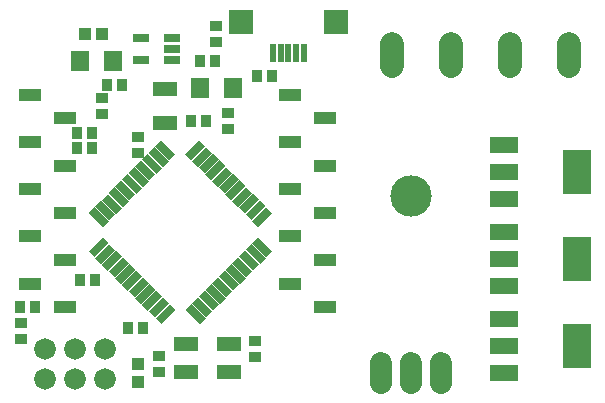
<source format=gts>
G75*
G70*
%OFA0B0*%
%FSLAX24Y24*%
%IPPOS*%
%LPD*%
%AMOC8*
5,1,8,0,0,1.08239X$1,22.5*
%
%ADD10R,0.0356X0.0434*%
%ADD11R,0.0631X0.0710*%
%ADD12R,0.0434X0.0356*%
%ADD13R,0.0395X0.0395*%
%ADD14R,0.0671X0.0277*%
%ADD15R,0.0277X0.0671*%
%ADD16R,0.0828X0.0513*%
%ADD17R,0.0789X0.0474*%
%ADD18R,0.0552X0.0297*%
%ADD19R,0.0218X0.0631*%
%ADD20R,0.0789X0.0828*%
%ADD21R,0.0749X0.0415*%
%ADD22C,0.0720*%
%ADD23R,0.0960X0.0560*%
%ADD24R,0.0946X0.1497*%
%ADD25C,0.0790*%
%ADD26C,0.0720*%
%ADD27C,0.1380*%
D10*
X004624Y007594D03*
X005136Y007594D03*
X003536Y009194D03*
X003024Y009194D03*
X001536Y008294D03*
X001024Y008294D03*
X002924Y013594D03*
X002924Y014094D03*
X003436Y014094D03*
X003436Y013594D03*
X003924Y015694D03*
X004436Y015694D03*
X006724Y014494D03*
X007236Y014494D03*
X008924Y015994D03*
X009436Y015994D03*
X007536Y016494D03*
X007024Y016494D03*
D11*
X007029Y015594D03*
X008131Y015594D03*
X004131Y016494D03*
X003029Y016494D03*
D12*
X003780Y015250D03*
X003780Y014738D03*
X004980Y013950D03*
X004980Y013438D03*
X007980Y014238D03*
X007980Y014750D03*
X007580Y017138D03*
X007580Y017650D03*
X001080Y007750D03*
X001080Y007238D03*
X005680Y006650D03*
X005680Y006138D03*
X008880Y006638D03*
X008880Y007150D03*
D13*
X004980Y005799D03*
X004980Y006389D03*
X003775Y017394D03*
X003185Y017394D03*
D14*
G36*
X006013Y013188D02*
X005540Y013660D01*
X005735Y013856D01*
X006208Y013384D01*
X006013Y013188D01*
G37*
G36*
X005791Y012964D02*
X005318Y013436D01*
X005513Y013632D01*
X005986Y013160D01*
X005791Y012964D01*
G37*
G36*
X005568Y012741D02*
X005095Y013213D01*
X005290Y013409D01*
X005763Y012937D01*
X005568Y012741D01*
G37*
G36*
X005346Y012518D02*
X004873Y012990D01*
X005068Y013186D01*
X005541Y012714D01*
X005346Y012518D01*
G37*
G36*
X005124Y012295D02*
X004651Y012767D01*
X004846Y012963D01*
X005319Y012491D01*
X005124Y012295D01*
G37*
G36*
X004902Y012072D02*
X004429Y012544D01*
X004624Y012740D01*
X005097Y012268D01*
X004902Y012072D01*
G37*
G36*
X004679Y011849D02*
X004206Y012321D01*
X004401Y012517D01*
X004874Y012045D01*
X004679Y011849D01*
G37*
G36*
X004457Y011626D02*
X003984Y012098D01*
X004179Y012294D01*
X004652Y011822D01*
X004457Y011626D01*
G37*
G36*
X004235Y011403D02*
X003762Y011875D01*
X003957Y012071D01*
X004430Y011599D01*
X004235Y011403D01*
G37*
G36*
X004012Y011180D02*
X003539Y011652D01*
X003734Y011848D01*
X004207Y011376D01*
X004012Y011180D01*
G37*
G36*
X003790Y010957D02*
X003317Y011429D01*
X003512Y011625D01*
X003985Y011153D01*
X003790Y010957D01*
G37*
G36*
X007025Y007733D02*
X006552Y008205D01*
X006747Y008401D01*
X007220Y007929D01*
X007025Y007733D01*
G37*
G36*
X007247Y007956D02*
X006774Y008428D01*
X006969Y008624D01*
X007442Y008152D01*
X007247Y007956D01*
G37*
G36*
X007470Y008179D02*
X006997Y008651D01*
X007192Y008847D01*
X007665Y008375D01*
X007470Y008179D01*
G37*
G36*
X007692Y008402D02*
X007219Y008874D01*
X007414Y009070D01*
X007887Y008598D01*
X007692Y008402D01*
G37*
G36*
X007914Y008625D02*
X007441Y009097D01*
X007636Y009293D01*
X008109Y008821D01*
X007914Y008625D01*
G37*
G36*
X008136Y008848D02*
X007663Y009320D01*
X007858Y009516D01*
X008331Y009044D01*
X008136Y008848D01*
G37*
G36*
X008359Y009071D02*
X007886Y009543D01*
X008081Y009739D01*
X008554Y009267D01*
X008359Y009071D01*
G37*
G36*
X008581Y009295D02*
X008108Y009767D01*
X008303Y009963D01*
X008776Y009491D01*
X008581Y009295D01*
G37*
G36*
X008803Y009518D02*
X008330Y009990D01*
X008525Y010186D01*
X008998Y009714D01*
X008803Y009518D01*
G37*
G36*
X009026Y009741D02*
X008553Y010213D01*
X008748Y010409D01*
X009221Y009937D01*
X009026Y009741D01*
G37*
G36*
X009248Y009964D02*
X008775Y010436D01*
X008970Y010632D01*
X009443Y010160D01*
X009248Y009964D01*
G37*
D15*
G36*
X008969Y010966D02*
X008773Y011161D01*
X009245Y011634D01*
X009441Y011439D01*
X008969Y010966D01*
G37*
G36*
X008746Y011188D02*
X008550Y011383D01*
X009022Y011856D01*
X009218Y011661D01*
X008746Y011188D01*
G37*
G36*
X008523Y011411D02*
X008327Y011606D01*
X008799Y012079D01*
X008995Y011884D01*
X008523Y011411D01*
G37*
G36*
X008300Y011633D02*
X008104Y011828D01*
X008576Y012301D01*
X008772Y012106D01*
X008300Y011633D01*
G37*
G36*
X008077Y011855D02*
X007881Y012050D01*
X008353Y012523D01*
X008549Y012328D01*
X008077Y011855D01*
G37*
G36*
X007854Y012078D02*
X007658Y012273D01*
X008130Y012746D01*
X008326Y012551D01*
X007854Y012078D01*
G37*
G36*
X007631Y012300D02*
X007435Y012495D01*
X007907Y012968D01*
X008103Y012773D01*
X007631Y012300D01*
G37*
G36*
X007408Y012522D02*
X007212Y012717D01*
X007684Y013190D01*
X007880Y012995D01*
X007408Y012522D01*
G37*
G36*
X007185Y012745D02*
X006989Y012940D01*
X007461Y013413D01*
X007657Y013218D01*
X007185Y012745D01*
G37*
G36*
X006961Y012967D02*
X006765Y013162D01*
X007237Y013635D01*
X007433Y013440D01*
X006961Y012967D01*
G37*
G36*
X006738Y013189D02*
X006542Y013384D01*
X007014Y013857D01*
X007210Y013662D01*
X006738Y013189D01*
G37*
G36*
X003515Y009954D02*
X003319Y010149D01*
X003791Y010622D01*
X003987Y010427D01*
X003515Y009954D01*
G37*
G36*
X003738Y009732D02*
X003542Y009927D01*
X004014Y010400D01*
X004210Y010205D01*
X003738Y009732D01*
G37*
G36*
X003961Y009510D02*
X003765Y009705D01*
X004237Y010178D01*
X004433Y009983D01*
X003961Y009510D01*
G37*
G36*
X004184Y009287D02*
X003988Y009482D01*
X004460Y009955D01*
X004656Y009760D01*
X004184Y009287D01*
G37*
G36*
X004407Y009065D02*
X004211Y009260D01*
X004683Y009733D01*
X004879Y009538D01*
X004407Y009065D01*
G37*
G36*
X004630Y008843D02*
X004434Y009038D01*
X004906Y009511D01*
X005102Y009316D01*
X004630Y008843D01*
G37*
G36*
X004853Y008620D02*
X004657Y008815D01*
X005129Y009288D01*
X005325Y009093D01*
X004853Y008620D01*
G37*
G36*
X005076Y008398D02*
X004880Y008593D01*
X005352Y009066D01*
X005548Y008871D01*
X005076Y008398D01*
G37*
G36*
X005299Y008176D02*
X005103Y008371D01*
X005575Y008844D01*
X005771Y008649D01*
X005299Y008176D01*
G37*
G36*
X005523Y007953D02*
X005327Y008148D01*
X005799Y008621D01*
X005995Y008426D01*
X005523Y007953D01*
G37*
G36*
X005746Y007731D02*
X005550Y007926D01*
X006022Y008399D01*
X006218Y008204D01*
X005746Y007731D01*
G37*
D16*
X006552Y007047D03*
X006552Y006141D03*
X008008Y006141D03*
X008008Y007047D03*
D17*
X005880Y014443D03*
X005880Y015545D03*
D18*
X006092Y016520D03*
X006092Y016894D03*
X006092Y017268D03*
X005068Y017268D03*
X005068Y016520D03*
D19*
X009468Y016751D03*
X009724Y016751D03*
X009980Y016751D03*
X010236Y016751D03*
X010492Y016751D03*
D20*
X011555Y017794D03*
X008405Y017794D03*
D21*
X010020Y015368D03*
X011201Y014581D03*
X010020Y013793D03*
X011201Y013006D03*
X010020Y012219D03*
X011201Y011431D03*
X010020Y010644D03*
X011201Y009856D03*
X010020Y009069D03*
X011201Y008282D03*
X002540Y008282D03*
X001359Y009069D03*
X002540Y009856D03*
X001359Y010644D03*
X002540Y011431D03*
X001359Y012219D03*
X002540Y013006D03*
X001359Y013793D03*
X002540Y014581D03*
X001359Y015368D03*
D22*
X001880Y006894D03*
X001880Y005894D03*
X002880Y005894D03*
X003880Y005894D03*
X003880Y006894D03*
X002880Y006894D03*
D23*
X017160Y006994D03*
X017160Y007904D03*
X017160Y008984D03*
X017160Y009894D03*
X017160Y010804D03*
X017160Y011884D03*
X017160Y012794D03*
X017160Y013704D03*
X017160Y006084D03*
D24*
X019600Y006994D03*
X019600Y009894D03*
X019600Y012794D03*
D25*
X019333Y016339D02*
X019333Y017049D01*
X017364Y017049D02*
X017364Y016339D01*
X015396Y016339D02*
X015396Y017049D01*
X013427Y017049D02*
X013427Y016339D01*
D26*
X013080Y006414D02*
X013080Y005774D01*
X014080Y005774D02*
X014080Y006414D01*
X015080Y006414D02*
X015080Y005774D01*
D27*
X014080Y011994D03*
M02*

</source>
